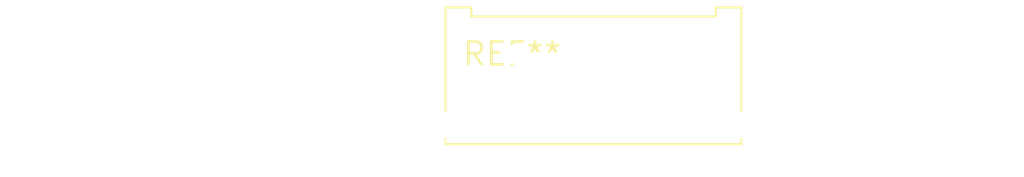
<source format=kicad_pcb>
(kicad_pcb (version 20240108) (generator pcbnew)
  (layers (0 "F.Cu" signal) (31 "B.Cu" signal) (34 "B.Paste" user) (35 "F.Paste" user) (36 "B.SilkS" user "B.Silkscreen") (37 "F.SilkS" user "F.Silkscreen") (38 "B.Mask" user) (39 "F.Mask" user) (44 "Edge.Cuts" user))
  (net 0 "")
  (footprint "Molex_Micro-Fit_3.0_43045-0812_2x04_P3.00mm_Vertical" (layer "F.Cu") (at 0 0)
    (property "Reference" "REF**")
    (property "Value" "Molex_Micro-Fit_3.0_43045-0812_2x04_P3.00mm_Vertical")
    (fp_line (start -3.685 -2.58) (end -2.265 -2.58) (layer "F.SilkS") (stroke (width 0.12)))
    (fp_line (start -3.685 3.17) (end -3.685 -2.58) (layer "F.SilkS") (stroke (width 0.12)))
    (fp_line (start -3.685 4.71) (end -3.685 5.01) (layer "F.SilkS") (stroke (width 0.12)))
    (fp_line (start -3.685 5.01) (end 12.685 5.01) (layer "F.SilkS") (stroke (width 0.12)))
    (fp_line (start -2.265 -2.58) (end -2.265 -2.08) (layer "F.SilkS") (stroke (width 0.12)))
    (fp_line (start -2.265 -2.08) (end 11.265 -2.08) (layer "F.SilkS") (stroke (width 0.12)))
    (fp_line (start 11.265 -2.58) (end 12.685 -2.58) (layer "F.SilkS") (stroke (width 0.12)))
    (fp_line (start 11.265 -2.08) (end 11.265 -2.58) (layer "F.SilkS") (stroke (width 0.12)))
    (fp_line (start 12.685 -2.58) (end 12.685 3.17) (layer "F.SilkS") (stroke (width 0.12)))
    (fp_line (start 12.685 5.01) (end 12.685 4.71) (layer "F.SilkS") (stroke (width 0.12)))
    (pad "" np_thru_hole circle (at -3 3.94) (size 1.02 1.02) (drill 1.02) (layers *.Cu *.Mask))
    (pad "" np_thru_hole circle (at 12 3.94) (size 1.02 1.02) (drill 1.02) (layers *.Cu *.Mask))
    (pad "1" thru_hole roundrect (at 0 0) (size 1.5 1.5) (drill 1.02) (layers *.Cu *.Mask) (remove_unused_layers) (roundrect_rratio 0.166667))
    (pad "2" thru_hole circle (at 3 0) (size 1.5 1.5) (drill 1.02) (layers *.Cu *.Mask) (remove_unused_layers))
    (pad "3" thru_hole circle (at 6 0) (size 1.5 1.5) (drill 1.02) (layers *.Cu *.Mask) (remove_unused_layers))
    (pad "4" thru_hole circle (at 9 0) (size 1.5 1.5) (drill 1.02) (layers *.Cu *.Mask) (remove_unused_layers))
    (pad "5" thru_hole circle (at 0 3) (size 1.5 1.5) (drill 1.02) (layers *.Cu *.Mask) (remove_unused_layers))
    (pad "6" thru_hole circle (at 3 3) (size 1.5 1.5) (drill 1.02) (layers *.Cu *.Mask) (remove_unused_layers))
    (pad "7" thru_hole circle (at 6 3) (size 1.5 1.5) (drill 1.02) (layers *.Cu *.Mask) (remove_unused_layers))
    (pad "8" thru_hole circle (at 9 3) (size 1.5 1.5) (drill 1.02) (layers *.Cu *.Mask) (remove_unused_layers))
  )
)
</source>
